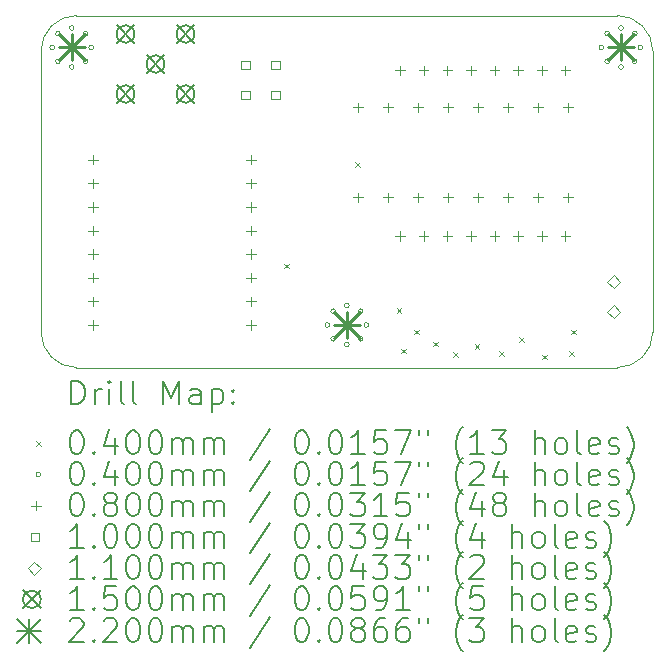
<source format=gbr>
%FSLAX45Y45*%
G04 Gerber Fmt 4.5, Leading zero omitted, Abs format (unit mm)*
G04 Created by KiCad (PCBNEW (6.0.2)) date 2022-09-28 01:25:34*
%MOMM*%
%LPD*%
G01*
G04 APERTURE LIST*
%TA.AperFunction,Profile*%
%ADD10C,0.050000*%
%TD*%
%ADD11C,0.200000*%
%ADD12C,0.040000*%
%ADD13C,0.080000*%
%ADD14C,0.100000*%
%ADD15C,0.110000*%
%ADD16C,0.150000*%
%ADD17C,0.220000*%
G04 APERTURE END LIST*
D10*
X15180000Y-9310000D02*
X15180000Y-11690000D01*
X15480000Y-11990000D02*
X20060000Y-11990000D01*
X15480000Y-9010000D02*
G75*
G03*
X15180000Y-9310000I0J-300000D01*
G01*
X20360000Y-9310000D02*
G75*
G03*
X20060000Y-9010000I-300000J0D01*
G01*
X20060000Y-11990000D02*
G75*
G03*
X20360000Y-11690000I0J300000D01*
G01*
X20060000Y-9010000D02*
X15480000Y-9010000D01*
X15180000Y-11690000D02*
G75*
G03*
X15480000Y-11990000I300000J0D01*
G01*
X20360000Y-11690000D02*
X20360000Y-9310000D01*
D11*
D12*
X17240000Y-11110000D02*
X17280000Y-11150000D01*
X17280000Y-11110000D02*
X17240000Y-11150000D01*
X17840000Y-10250000D02*
X17880000Y-10290000D01*
X17880000Y-10250000D02*
X17840000Y-10290000D01*
X18190000Y-11490000D02*
X18230000Y-11530000D01*
X18230000Y-11490000D02*
X18190000Y-11530000D01*
X18230000Y-11830000D02*
X18270000Y-11870000D01*
X18270000Y-11830000D02*
X18230000Y-11870000D01*
X18340000Y-11670000D02*
X18380000Y-11710000D01*
X18380000Y-11670000D02*
X18340000Y-11710000D01*
X18500000Y-11770000D02*
X18540000Y-11810000D01*
X18540000Y-11770000D02*
X18500000Y-11810000D01*
X18670000Y-11860000D02*
X18710000Y-11900000D01*
X18710000Y-11860000D02*
X18670000Y-11900000D01*
X18850000Y-11790000D02*
X18890000Y-11830000D01*
X18890000Y-11790000D02*
X18850000Y-11830000D01*
X19060000Y-11850000D02*
X19100000Y-11890000D01*
X19100000Y-11850000D02*
X19060000Y-11890000D01*
X19230000Y-11730000D02*
X19270000Y-11770000D01*
X19270000Y-11730000D02*
X19230000Y-11770000D01*
X19420000Y-11880000D02*
X19460000Y-11920000D01*
X19460000Y-11880000D02*
X19420000Y-11920000D01*
X19650000Y-11850000D02*
X19690000Y-11890000D01*
X19690000Y-11850000D02*
X19650000Y-11890000D01*
X19670000Y-11670000D02*
X19710000Y-11710000D01*
X19710000Y-11670000D02*
X19670000Y-11710000D01*
X15295000Y-9280000D02*
G75*
G03*
X15295000Y-9280000I-20000J0D01*
G01*
X15343327Y-9163327D02*
G75*
G03*
X15343327Y-9163327I-20000J0D01*
G01*
X15343327Y-9396673D02*
G75*
G03*
X15343327Y-9396673I-20000J0D01*
G01*
X15460000Y-9115000D02*
G75*
G03*
X15460000Y-9115000I-20000J0D01*
G01*
X15460000Y-9445000D02*
G75*
G03*
X15460000Y-9445000I-20000J0D01*
G01*
X15576673Y-9163327D02*
G75*
G03*
X15576673Y-9163327I-20000J0D01*
G01*
X15576673Y-9396673D02*
G75*
G03*
X15576673Y-9396673I-20000J0D01*
G01*
X15625000Y-9280000D02*
G75*
G03*
X15625000Y-9280000I-20000J0D01*
G01*
X17625000Y-11630000D02*
G75*
G03*
X17625000Y-11630000I-20000J0D01*
G01*
X17673327Y-11513327D02*
G75*
G03*
X17673327Y-11513327I-20000J0D01*
G01*
X17673327Y-11746673D02*
G75*
G03*
X17673327Y-11746673I-20000J0D01*
G01*
X17790000Y-11465000D02*
G75*
G03*
X17790000Y-11465000I-20000J0D01*
G01*
X17790000Y-11795000D02*
G75*
G03*
X17790000Y-11795000I-20000J0D01*
G01*
X17906673Y-11513327D02*
G75*
G03*
X17906673Y-11513327I-20000J0D01*
G01*
X17906673Y-11746673D02*
G75*
G03*
X17906673Y-11746673I-20000J0D01*
G01*
X17955000Y-11630000D02*
G75*
G03*
X17955000Y-11630000I-20000J0D01*
G01*
X19945000Y-9280000D02*
G75*
G03*
X19945000Y-9280000I-20000J0D01*
G01*
X19993327Y-9163327D02*
G75*
G03*
X19993327Y-9163327I-20000J0D01*
G01*
X19993327Y-9396673D02*
G75*
G03*
X19993327Y-9396673I-20000J0D01*
G01*
X20110000Y-9115000D02*
G75*
G03*
X20110000Y-9115000I-20000J0D01*
G01*
X20110000Y-9445000D02*
G75*
G03*
X20110000Y-9445000I-20000J0D01*
G01*
X20226673Y-9163327D02*
G75*
G03*
X20226673Y-9163327I-20000J0D01*
G01*
X20226673Y-9396673D02*
G75*
G03*
X20226673Y-9396673I-20000J0D01*
G01*
X20275000Y-9280000D02*
G75*
G03*
X20275000Y-9280000I-20000J0D01*
G01*
D13*
X15618250Y-10190000D02*
X15618250Y-10270000D01*
X15578250Y-10230000D02*
X15658250Y-10230000D01*
X15618250Y-10390000D02*
X15618250Y-10470000D01*
X15578250Y-10430000D02*
X15658250Y-10430000D01*
X15618250Y-10590000D02*
X15618250Y-10670000D01*
X15578250Y-10630000D02*
X15658250Y-10630000D01*
X15618250Y-10790000D02*
X15618250Y-10870000D01*
X15578250Y-10830000D02*
X15658250Y-10830000D01*
X15618250Y-10990000D02*
X15618250Y-11070000D01*
X15578250Y-11030000D02*
X15658250Y-11030000D01*
X15618250Y-11190000D02*
X15618250Y-11270000D01*
X15578250Y-11230000D02*
X15658250Y-11230000D01*
X15618250Y-11390000D02*
X15618250Y-11470000D01*
X15578250Y-11430000D02*
X15658250Y-11430000D01*
X15618250Y-11590000D02*
X15618250Y-11670000D01*
X15578250Y-11630000D02*
X15658250Y-11630000D01*
X16958250Y-10190000D02*
X16958250Y-10270000D01*
X16918250Y-10230000D02*
X16998250Y-10230000D01*
X16958250Y-10390000D02*
X16958250Y-10470000D01*
X16918250Y-10430000D02*
X16998250Y-10430000D01*
X16958250Y-10590000D02*
X16958250Y-10670000D01*
X16918250Y-10630000D02*
X16998250Y-10630000D01*
X16958250Y-10790000D02*
X16958250Y-10870000D01*
X16918250Y-10830000D02*
X16998250Y-10830000D01*
X16958250Y-10990000D02*
X16958250Y-11070000D01*
X16918250Y-11030000D02*
X16998250Y-11030000D01*
X16958250Y-11190000D02*
X16958250Y-11270000D01*
X16918250Y-11230000D02*
X16998250Y-11230000D01*
X16958250Y-11390000D02*
X16958250Y-11470000D01*
X16918250Y-11430000D02*
X16998250Y-11430000D01*
X16958250Y-11590000D02*
X16958250Y-11670000D01*
X16918250Y-11630000D02*
X16998250Y-11630000D01*
X17862000Y-9748000D02*
X17862000Y-9828000D01*
X17822000Y-9788000D02*
X17902000Y-9788000D01*
X17862000Y-10510000D02*
X17862000Y-10590000D01*
X17822000Y-10550000D02*
X17902000Y-10550000D01*
X18116000Y-9748000D02*
X18116000Y-9828000D01*
X18076000Y-9788000D02*
X18156000Y-9788000D01*
X18116000Y-10510000D02*
X18116000Y-10590000D01*
X18076000Y-10550000D02*
X18156000Y-10550000D01*
X18220000Y-9435000D02*
X18220000Y-9515000D01*
X18180000Y-9475000D02*
X18260000Y-9475000D01*
X18220000Y-10835000D02*
X18220000Y-10915000D01*
X18180000Y-10875000D02*
X18260000Y-10875000D01*
X18370000Y-9748000D02*
X18370000Y-9828000D01*
X18330000Y-9788000D02*
X18410000Y-9788000D01*
X18370000Y-10510000D02*
X18370000Y-10590000D01*
X18330000Y-10550000D02*
X18410000Y-10550000D01*
X18420000Y-9435000D02*
X18420000Y-9515000D01*
X18380000Y-9475000D02*
X18460000Y-9475000D01*
X18420000Y-10835000D02*
X18420000Y-10915000D01*
X18380000Y-10875000D02*
X18460000Y-10875000D01*
X18620000Y-9435000D02*
X18620000Y-9515000D01*
X18580000Y-9475000D02*
X18660000Y-9475000D01*
X18620000Y-10835000D02*
X18620000Y-10915000D01*
X18580000Y-10875000D02*
X18660000Y-10875000D01*
X18624000Y-9748000D02*
X18624000Y-9828000D01*
X18584000Y-9788000D02*
X18664000Y-9788000D01*
X18624000Y-10510000D02*
X18624000Y-10590000D01*
X18584000Y-10550000D02*
X18664000Y-10550000D01*
X18820000Y-9435000D02*
X18820000Y-9515000D01*
X18780000Y-9475000D02*
X18860000Y-9475000D01*
X18820000Y-10835000D02*
X18820000Y-10915000D01*
X18780000Y-10875000D02*
X18860000Y-10875000D01*
X18878000Y-9748000D02*
X18878000Y-9828000D01*
X18838000Y-9788000D02*
X18918000Y-9788000D01*
X18878000Y-10510000D02*
X18878000Y-10590000D01*
X18838000Y-10550000D02*
X18918000Y-10550000D01*
X19020000Y-9435000D02*
X19020000Y-9515000D01*
X18980000Y-9475000D02*
X19060000Y-9475000D01*
X19020000Y-10835000D02*
X19020000Y-10915000D01*
X18980000Y-10875000D02*
X19060000Y-10875000D01*
X19132000Y-9748000D02*
X19132000Y-9828000D01*
X19092000Y-9788000D02*
X19172000Y-9788000D01*
X19132000Y-10510000D02*
X19132000Y-10590000D01*
X19092000Y-10550000D02*
X19172000Y-10550000D01*
X19220000Y-9435000D02*
X19220000Y-9515000D01*
X19180000Y-9475000D02*
X19260000Y-9475000D01*
X19220000Y-10835000D02*
X19220000Y-10915000D01*
X19180000Y-10875000D02*
X19260000Y-10875000D01*
X19386000Y-9748000D02*
X19386000Y-9828000D01*
X19346000Y-9788000D02*
X19426000Y-9788000D01*
X19386000Y-10510000D02*
X19386000Y-10590000D01*
X19346000Y-10550000D02*
X19426000Y-10550000D01*
X19420000Y-9435000D02*
X19420000Y-9515000D01*
X19380000Y-9475000D02*
X19460000Y-9475000D01*
X19420000Y-10835000D02*
X19420000Y-10915000D01*
X19380000Y-10875000D02*
X19460000Y-10875000D01*
X19620000Y-9435000D02*
X19620000Y-9515000D01*
X19580000Y-9475000D02*
X19660000Y-9475000D01*
X19620000Y-10835000D02*
X19620000Y-10915000D01*
X19580000Y-10875000D02*
X19660000Y-10875000D01*
X19640000Y-9748000D02*
X19640000Y-9828000D01*
X19600000Y-9788000D02*
X19680000Y-9788000D01*
X19640000Y-10510000D02*
X19640000Y-10590000D01*
X19600000Y-10550000D02*
X19680000Y-10550000D01*
D14*
X16947856Y-9466356D02*
X16947856Y-9395644D01*
X16877144Y-9395644D01*
X16877144Y-9466356D01*
X16947856Y-9466356D01*
X16947856Y-9720356D02*
X16947856Y-9649644D01*
X16877144Y-9649644D01*
X16877144Y-9720356D01*
X16947856Y-9720356D01*
X17201856Y-9466356D02*
X17201856Y-9395644D01*
X17131144Y-9395644D01*
X17131144Y-9466356D01*
X17201856Y-9466356D01*
X17201856Y-9720356D02*
X17201856Y-9649644D01*
X17131144Y-9649644D01*
X17131144Y-9720356D01*
X17201856Y-9720356D01*
D15*
X20030000Y-11318000D02*
X20085000Y-11263000D01*
X20030000Y-11208000D01*
X19975000Y-11263000D01*
X20030000Y-11318000D01*
X20030000Y-11572000D02*
X20085000Y-11517000D01*
X20030000Y-11462000D01*
X19975000Y-11517000D01*
X20030000Y-11572000D01*
D16*
X15821000Y-9091000D02*
X15971000Y-9241000D01*
X15971000Y-9091000D02*
X15821000Y-9241000D01*
X15971000Y-9166000D02*
G75*
G03*
X15971000Y-9166000I-75000J0D01*
G01*
X15821000Y-9599000D02*
X15971000Y-9749000D01*
X15971000Y-9599000D02*
X15821000Y-9749000D01*
X15971000Y-9674000D02*
G75*
G03*
X15971000Y-9674000I-75000J0D01*
G01*
X16075000Y-9345000D02*
X16225000Y-9495000D01*
X16225000Y-9345000D02*
X16075000Y-9495000D01*
X16225000Y-9420000D02*
G75*
G03*
X16225000Y-9420000I-75000J0D01*
G01*
X16329000Y-9091000D02*
X16479000Y-9241000D01*
X16479000Y-9091000D02*
X16329000Y-9241000D01*
X16479000Y-9166000D02*
G75*
G03*
X16479000Y-9166000I-75000J0D01*
G01*
X16329000Y-9599000D02*
X16479000Y-9749000D01*
X16479000Y-9599000D02*
X16329000Y-9749000D01*
X16479000Y-9674000D02*
G75*
G03*
X16479000Y-9674000I-75000J0D01*
G01*
D17*
X15330000Y-9170000D02*
X15550000Y-9390000D01*
X15550000Y-9170000D02*
X15330000Y-9390000D01*
X15440000Y-9170000D02*
X15440000Y-9390000D01*
X15330000Y-9280000D02*
X15550000Y-9280000D01*
X17660000Y-11520000D02*
X17880000Y-11740000D01*
X17880000Y-11520000D02*
X17660000Y-11740000D01*
X17770000Y-11520000D02*
X17770000Y-11740000D01*
X17660000Y-11630000D02*
X17880000Y-11630000D01*
X19980000Y-9170000D02*
X20200000Y-9390000D01*
X20200000Y-9170000D02*
X19980000Y-9390000D01*
X20090000Y-9170000D02*
X20090000Y-9390000D01*
X19980000Y-9280000D02*
X20200000Y-9280000D01*
D11*
X15435119Y-12302976D02*
X15435119Y-12102976D01*
X15482738Y-12102976D01*
X15511309Y-12112500D01*
X15530357Y-12131548D01*
X15539881Y-12150595D01*
X15549405Y-12188690D01*
X15549405Y-12217262D01*
X15539881Y-12255357D01*
X15530357Y-12274405D01*
X15511309Y-12293452D01*
X15482738Y-12302976D01*
X15435119Y-12302976D01*
X15635119Y-12302976D02*
X15635119Y-12169643D01*
X15635119Y-12207738D02*
X15644643Y-12188690D01*
X15654167Y-12179167D01*
X15673214Y-12169643D01*
X15692262Y-12169643D01*
X15758928Y-12302976D02*
X15758928Y-12169643D01*
X15758928Y-12102976D02*
X15749405Y-12112500D01*
X15758928Y-12122024D01*
X15768452Y-12112500D01*
X15758928Y-12102976D01*
X15758928Y-12122024D01*
X15882738Y-12302976D02*
X15863690Y-12293452D01*
X15854167Y-12274405D01*
X15854167Y-12102976D01*
X15987500Y-12302976D02*
X15968452Y-12293452D01*
X15958928Y-12274405D01*
X15958928Y-12102976D01*
X16216071Y-12302976D02*
X16216071Y-12102976D01*
X16282738Y-12245833D01*
X16349405Y-12102976D01*
X16349405Y-12302976D01*
X16530357Y-12302976D02*
X16530357Y-12198214D01*
X16520833Y-12179167D01*
X16501786Y-12169643D01*
X16463690Y-12169643D01*
X16444643Y-12179167D01*
X16530357Y-12293452D02*
X16511309Y-12302976D01*
X16463690Y-12302976D01*
X16444643Y-12293452D01*
X16435119Y-12274405D01*
X16435119Y-12255357D01*
X16444643Y-12236309D01*
X16463690Y-12226786D01*
X16511309Y-12226786D01*
X16530357Y-12217262D01*
X16625595Y-12169643D02*
X16625595Y-12369643D01*
X16625595Y-12179167D02*
X16644643Y-12169643D01*
X16682738Y-12169643D01*
X16701786Y-12179167D01*
X16711309Y-12188690D01*
X16720833Y-12207738D01*
X16720833Y-12264881D01*
X16711309Y-12283928D01*
X16701786Y-12293452D01*
X16682738Y-12302976D01*
X16644643Y-12302976D01*
X16625595Y-12293452D01*
X16806548Y-12283928D02*
X16816071Y-12293452D01*
X16806548Y-12302976D01*
X16797024Y-12293452D01*
X16806548Y-12283928D01*
X16806548Y-12302976D01*
X16806548Y-12179167D02*
X16816071Y-12188690D01*
X16806548Y-12198214D01*
X16797024Y-12188690D01*
X16806548Y-12179167D01*
X16806548Y-12198214D01*
D12*
X15137500Y-12612500D02*
X15177500Y-12652500D01*
X15177500Y-12612500D02*
X15137500Y-12652500D01*
D11*
X15473214Y-12522976D02*
X15492262Y-12522976D01*
X15511309Y-12532500D01*
X15520833Y-12542024D01*
X15530357Y-12561071D01*
X15539881Y-12599167D01*
X15539881Y-12646786D01*
X15530357Y-12684881D01*
X15520833Y-12703928D01*
X15511309Y-12713452D01*
X15492262Y-12722976D01*
X15473214Y-12722976D01*
X15454167Y-12713452D01*
X15444643Y-12703928D01*
X15435119Y-12684881D01*
X15425595Y-12646786D01*
X15425595Y-12599167D01*
X15435119Y-12561071D01*
X15444643Y-12542024D01*
X15454167Y-12532500D01*
X15473214Y-12522976D01*
X15625595Y-12703928D02*
X15635119Y-12713452D01*
X15625595Y-12722976D01*
X15616071Y-12713452D01*
X15625595Y-12703928D01*
X15625595Y-12722976D01*
X15806548Y-12589643D02*
X15806548Y-12722976D01*
X15758928Y-12513452D02*
X15711309Y-12656309D01*
X15835119Y-12656309D01*
X15949405Y-12522976D02*
X15968452Y-12522976D01*
X15987500Y-12532500D01*
X15997024Y-12542024D01*
X16006548Y-12561071D01*
X16016071Y-12599167D01*
X16016071Y-12646786D01*
X16006548Y-12684881D01*
X15997024Y-12703928D01*
X15987500Y-12713452D01*
X15968452Y-12722976D01*
X15949405Y-12722976D01*
X15930357Y-12713452D01*
X15920833Y-12703928D01*
X15911309Y-12684881D01*
X15901786Y-12646786D01*
X15901786Y-12599167D01*
X15911309Y-12561071D01*
X15920833Y-12542024D01*
X15930357Y-12532500D01*
X15949405Y-12522976D01*
X16139881Y-12522976D02*
X16158928Y-12522976D01*
X16177976Y-12532500D01*
X16187500Y-12542024D01*
X16197024Y-12561071D01*
X16206548Y-12599167D01*
X16206548Y-12646786D01*
X16197024Y-12684881D01*
X16187500Y-12703928D01*
X16177976Y-12713452D01*
X16158928Y-12722976D01*
X16139881Y-12722976D01*
X16120833Y-12713452D01*
X16111309Y-12703928D01*
X16101786Y-12684881D01*
X16092262Y-12646786D01*
X16092262Y-12599167D01*
X16101786Y-12561071D01*
X16111309Y-12542024D01*
X16120833Y-12532500D01*
X16139881Y-12522976D01*
X16292262Y-12722976D02*
X16292262Y-12589643D01*
X16292262Y-12608690D02*
X16301786Y-12599167D01*
X16320833Y-12589643D01*
X16349405Y-12589643D01*
X16368452Y-12599167D01*
X16377976Y-12618214D01*
X16377976Y-12722976D01*
X16377976Y-12618214D02*
X16387500Y-12599167D01*
X16406548Y-12589643D01*
X16435119Y-12589643D01*
X16454167Y-12599167D01*
X16463690Y-12618214D01*
X16463690Y-12722976D01*
X16558928Y-12722976D02*
X16558928Y-12589643D01*
X16558928Y-12608690D02*
X16568452Y-12599167D01*
X16587500Y-12589643D01*
X16616071Y-12589643D01*
X16635119Y-12599167D01*
X16644643Y-12618214D01*
X16644643Y-12722976D01*
X16644643Y-12618214D02*
X16654167Y-12599167D01*
X16673214Y-12589643D01*
X16701786Y-12589643D01*
X16720833Y-12599167D01*
X16730357Y-12618214D01*
X16730357Y-12722976D01*
X17120833Y-12513452D02*
X16949405Y-12770595D01*
X17377976Y-12522976D02*
X17397024Y-12522976D01*
X17416071Y-12532500D01*
X17425595Y-12542024D01*
X17435119Y-12561071D01*
X17444643Y-12599167D01*
X17444643Y-12646786D01*
X17435119Y-12684881D01*
X17425595Y-12703928D01*
X17416071Y-12713452D01*
X17397024Y-12722976D01*
X17377976Y-12722976D01*
X17358929Y-12713452D01*
X17349405Y-12703928D01*
X17339881Y-12684881D01*
X17330357Y-12646786D01*
X17330357Y-12599167D01*
X17339881Y-12561071D01*
X17349405Y-12542024D01*
X17358929Y-12532500D01*
X17377976Y-12522976D01*
X17530357Y-12703928D02*
X17539881Y-12713452D01*
X17530357Y-12722976D01*
X17520833Y-12713452D01*
X17530357Y-12703928D01*
X17530357Y-12722976D01*
X17663690Y-12522976D02*
X17682738Y-12522976D01*
X17701786Y-12532500D01*
X17711310Y-12542024D01*
X17720833Y-12561071D01*
X17730357Y-12599167D01*
X17730357Y-12646786D01*
X17720833Y-12684881D01*
X17711310Y-12703928D01*
X17701786Y-12713452D01*
X17682738Y-12722976D01*
X17663690Y-12722976D01*
X17644643Y-12713452D01*
X17635119Y-12703928D01*
X17625595Y-12684881D01*
X17616071Y-12646786D01*
X17616071Y-12599167D01*
X17625595Y-12561071D01*
X17635119Y-12542024D01*
X17644643Y-12532500D01*
X17663690Y-12522976D01*
X17920833Y-12722976D02*
X17806548Y-12722976D01*
X17863690Y-12722976D02*
X17863690Y-12522976D01*
X17844643Y-12551548D01*
X17825595Y-12570595D01*
X17806548Y-12580119D01*
X18101786Y-12522976D02*
X18006548Y-12522976D01*
X17997024Y-12618214D01*
X18006548Y-12608690D01*
X18025595Y-12599167D01*
X18073214Y-12599167D01*
X18092262Y-12608690D01*
X18101786Y-12618214D01*
X18111310Y-12637262D01*
X18111310Y-12684881D01*
X18101786Y-12703928D01*
X18092262Y-12713452D01*
X18073214Y-12722976D01*
X18025595Y-12722976D01*
X18006548Y-12713452D01*
X17997024Y-12703928D01*
X18177976Y-12522976D02*
X18311310Y-12522976D01*
X18225595Y-12722976D01*
X18377976Y-12522976D02*
X18377976Y-12561071D01*
X18454167Y-12522976D02*
X18454167Y-12561071D01*
X18749405Y-12799167D02*
X18739881Y-12789643D01*
X18720833Y-12761071D01*
X18711310Y-12742024D01*
X18701786Y-12713452D01*
X18692262Y-12665833D01*
X18692262Y-12627738D01*
X18701786Y-12580119D01*
X18711310Y-12551548D01*
X18720833Y-12532500D01*
X18739881Y-12503928D01*
X18749405Y-12494405D01*
X18930357Y-12722976D02*
X18816071Y-12722976D01*
X18873214Y-12722976D02*
X18873214Y-12522976D01*
X18854167Y-12551548D01*
X18835119Y-12570595D01*
X18816071Y-12580119D01*
X18997024Y-12522976D02*
X19120833Y-12522976D01*
X19054167Y-12599167D01*
X19082738Y-12599167D01*
X19101786Y-12608690D01*
X19111310Y-12618214D01*
X19120833Y-12637262D01*
X19120833Y-12684881D01*
X19111310Y-12703928D01*
X19101786Y-12713452D01*
X19082738Y-12722976D01*
X19025595Y-12722976D01*
X19006548Y-12713452D01*
X18997024Y-12703928D01*
X19358929Y-12722976D02*
X19358929Y-12522976D01*
X19444643Y-12722976D02*
X19444643Y-12618214D01*
X19435119Y-12599167D01*
X19416071Y-12589643D01*
X19387500Y-12589643D01*
X19368452Y-12599167D01*
X19358929Y-12608690D01*
X19568452Y-12722976D02*
X19549405Y-12713452D01*
X19539881Y-12703928D01*
X19530357Y-12684881D01*
X19530357Y-12627738D01*
X19539881Y-12608690D01*
X19549405Y-12599167D01*
X19568452Y-12589643D01*
X19597024Y-12589643D01*
X19616071Y-12599167D01*
X19625595Y-12608690D01*
X19635119Y-12627738D01*
X19635119Y-12684881D01*
X19625595Y-12703928D01*
X19616071Y-12713452D01*
X19597024Y-12722976D01*
X19568452Y-12722976D01*
X19749405Y-12722976D02*
X19730357Y-12713452D01*
X19720833Y-12694405D01*
X19720833Y-12522976D01*
X19901786Y-12713452D02*
X19882738Y-12722976D01*
X19844643Y-12722976D01*
X19825595Y-12713452D01*
X19816071Y-12694405D01*
X19816071Y-12618214D01*
X19825595Y-12599167D01*
X19844643Y-12589643D01*
X19882738Y-12589643D01*
X19901786Y-12599167D01*
X19911310Y-12618214D01*
X19911310Y-12637262D01*
X19816071Y-12656309D01*
X19987500Y-12713452D02*
X20006548Y-12722976D01*
X20044643Y-12722976D01*
X20063690Y-12713452D01*
X20073214Y-12694405D01*
X20073214Y-12684881D01*
X20063690Y-12665833D01*
X20044643Y-12656309D01*
X20016071Y-12656309D01*
X19997024Y-12646786D01*
X19987500Y-12627738D01*
X19987500Y-12618214D01*
X19997024Y-12599167D01*
X20016071Y-12589643D01*
X20044643Y-12589643D01*
X20063690Y-12599167D01*
X20139881Y-12799167D02*
X20149405Y-12789643D01*
X20168452Y-12761071D01*
X20177976Y-12742024D01*
X20187500Y-12713452D01*
X20197024Y-12665833D01*
X20197024Y-12627738D01*
X20187500Y-12580119D01*
X20177976Y-12551548D01*
X20168452Y-12532500D01*
X20149405Y-12503928D01*
X20139881Y-12494405D01*
D12*
X15177500Y-12896500D02*
G75*
G03*
X15177500Y-12896500I-20000J0D01*
G01*
D11*
X15473214Y-12786976D02*
X15492262Y-12786976D01*
X15511309Y-12796500D01*
X15520833Y-12806024D01*
X15530357Y-12825071D01*
X15539881Y-12863167D01*
X15539881Y-12910786D01*
X15530357Y-12948881D01*
X15520833Y-12967928D01*
X15511309Y-12977452D01*
X15492262Y-12986976D01*
X15473214Y-12986976D01*
X15454167Y-12977452D01*
X15444643Y-12967928D01*
X15435119Y-12948881D01*
X15425595Y-12910786D01*
X15425595Y-12863167D01*
X15435119Y-12825071D01*
X15444643Y-12806024D01*
X15454167Y-12796500D01*
X15473214Y-12786976D01*
X15625595Y-12967928D02*
X15635119Y-12977452D01*
X15625595Y-12986976D01*
X15616071Y-12977452D01*
X15625595Y-12967928D01*
X15625595Y-12986976D01*
X15806548Y-12853643D02*
X15806548Y-12986976D01*
X15758928Y-12777452D02*
X15711309Y-12920309D01*
X15835119Y-12920309D01*
X15949405Y-12786976D02*
X15968452Y-12786976D01*
X15987500Y-12796500D01*
X15997024Y-12806024D01*
X16006548Y-12825071D01*
X16016071Y-12863167D01*
X16016071Y-12910786D01*
X16006548Y-12948881D01*
X15997024Y-12967928D01*
X15987500Y-12977452D01*
X15968452Y-12986976D01*
X15949405Y-12986976D01*
X15930357Y-12977452D01*
X15920833Y-12967928D01*
X15911309Y-12948881D01*
X15901786Y-12910786D01*
X15901786Y-12863167D01*
X15911309Y-12825071D01*
X15920833Y-12806024D01*
X15930357Y-12796500D01*
X15949405Y-12786976D01*
X16139881Y-12786976D02*
X16158928Y-12786976D01*
X16177976Y-12796500D01*
X16187500Y-12806024D01*
X16197024Y-12825071D01*
X16206548Y-12863167D01*
X16206548Y-12910786D01*
X16197024Y-12948881D01*
X16187500Y-12967928D01*
X16177976Y-12977452D01*
X16158928Y-12986976D01*
X16139881Y-12986976D01*
X16120833Y-12977452D01*
X16111309Y-12967928D01*
X16101786Y-12948881D01*
X16092262Y-12910786D01*
X16092262Y-12863167D01*
X16101786Y-12825071D01*
X16111309Y-12806024D01*
X16120833Y-12796500D01*
X16139881Y-12786976D01*
X16292262Y-12986976D02*
X16292262Y-12853643D01*
X16292262Y-12872690D02*
X16301786Y-12863167D01*
X16320833Y-12853643D01*
X16349405Y-12853643D01*
X16368452Y-12863167D01*
X16377976Y-12882214D01*
X16377976Y-12986976D01*
X16377976Y-12882214D02*
X16387500Y-12863167D01*
X16406548Y-12853643D01*
X16435119Y-12853643D01*
X16454167Y-12863167D01*
X16463690Y-12882214D01*
X16463690Y-12986976D01*
X16558928Y-12986976D02*
X16558928Y-12853643D01*
X16558928Y-12872690D02*
X16568452Y-12863167D01*
X16587500Y-12853643D01*
X16616071Y-12853643D01*
X16635119Y-12863167D01*
X16644643Y-12882214D01*
X16644643Y-12986976D01*
X16644643Y-12882214D02*
X16654167Y-12863167D01*
X16673214Y-12853643D01*
X16701786Y-12853643D01*
X16720833Y-12863167D01*
X16730357Y-12882214D01*
X16730357Y-12986976D01*
X17120833Y-12777452D02*
X16949405Y-13034595D01*
X17377976Y-12786976D02*
X17397024Y-12786976D01*
X17416071Y-12796500D01*
X17425595Y-12806024D01*
X17435119Y-12825071D01*
X17444643Y-12863167D01*
X17444643Y-12910786D01*
X17435119Y-12948881D01*
X17425595Y-12967928D01*
X17416071Y-12977452D01*
X17397024Y-12986976D01*
X17377976Y-12986976D01*
X17358929Y-12977452D01*
X17349405Y-12967928D01*
X17339881Y-12948881D01*
X17330357Y-12910786D01*
X17330357Y-12863167D01*
X17339881Y-12825071D01*
X17349405Y-12806024D01*
X17358929Y-12796500D01*
X17377976Y-12786976D01*
X17530357Y-12967928D02*
X17539881Y-12977452D01*
X17530357Y-12986976D01*
X17520833Y-12977452D01*
X17530357Y-12967928D01*
X17530357Y-12986976D01*
X17663690Y-12786976D02*
X17682738Y-12786976D01*
X17701786Y-12796500D01*
X17711310Y-12806024D01*
X17720833Y-12825071D01*
X17730357Y-12863167D01*
X17730357Y-12910786D01*
X17720833Y-12948881D01*
X17711310Y-12967928D01*
X17701786Y-12977452D01*
X17682738Y-12986976D01*
X17663690Y-12986976D01*
X17644643Y-12977452D01*
X17635119Y-12967928D01*
X17625595Y-12948881D01*
X17616071Y-12910786D01*
X17616071Y-12863167D01*
X17625595Y-12825071D01*
X17635119Y-12806024D01*
X17644643Y-12796500D01*
X17663690Y-12786976D01*
X17920833Y-12986976D02*
X17806548Y-12986976D01*
X17863690Y-12986976D02*
X17863690Y-12786976D01*
X17844643Y-12815548D01*
X17825595Y-12834595D01*
X17806548Y-12844119D01*
X18101786Y-12786976D02*
X18006548Y-12786976D01*
X17997024Y-12882214D01*
X18006548Y-12872690D01*
X18025595Y-12863167D01*
X18073214Y-12863167D01*
X18092262Y-12872690D01*
X18101786Y-12882214D01*
X18111310Y-12901262D01*
X18111310Y-12948881D01*
X18101786Y-12967928D01*
X18092262Y-12977452D01*
X18073214Y-12986976D01*
X18025595Y-12986976D01*
X18006548Y-12977452D01*
X17997024Y-12967928D01*
X18177976Y-12786976D02*
X18311310Y-12786976D01*
X18225595Y-12986976D01*
X18377976Y-12786976D02*
X18377976Y-12825071D01*
X18454167Y-12786976D02*
X18454167Y-12825071D01*
X18749405Y-13063167D02*
X18739881Y-13053643D01*
X18720833Y-13025071D01*
X18711310Y-13006024D01*
X18701786Y-12977452D01*
X18692262Y-12929833D01*
X18692262Y-12891738D01*
X18701786Y-12844119D01*
X18711310Y-12815548D01*
X18720833Y-12796500D01*
X18739881Y-12767928D01*
X18749405Y-12758405D01*
X18816071Y-12806024D02*
X18825595Y-12796500D01*
X18844643Y-12786976D01*
X18892262Y-12786976D01*
X18911310Y-12796500D01*
X18920833Y-12806024D01*
X18930357Y-12825071D01*
X18930357Y-12844119D01*
X18920833Y-12872690D01*
X18806548Y-12986976D01*
X18930357Y-12986976D01*
X19101786Y-12853643D02*
X19101786Y-12986976D01*
X19054167Y-12777452D02*
X19006548Y-12920309D01*
X19130357Y-12920309D01*
X19358929Y-12986976D02*
X19358929Y-12786976D01*
X19444643Y-12986976D02*
X19444643Y-12882214D01*
X19435119Y-12863167D01*
X19416071Y-12853643D01*
X19387500Y-12853643D01*
X19368452Y-12863167D01*
X19358929Y-12872690D01*
X19568452Y-12986976D02*
X19549405Y-12977452D01*
X19539881Y-12967928D01*
X19530357Y-12948881D01*
X19530357Y-12891738D01*
X19539881Y-12872690D01*
X19549405Y-12863167D01*
X19568452Y-12853643D01*
X19597024Y-12853643D01*
X19616071Y-12863167D01*
X19625595Y-12872690D01*
X19635119Y-12891738D01*
X19635119Y-12948881D01*
X19625595Y-12967928D01*
X19616071Y-12977452D01*
X19597024Y-12986976D01*
X19568452Y-12986976D01*
X19749405Y-12986976D02*
X19730357Y-12977452D01*
X19720833Y-12958405D01*
X19720833Y-12786976D01*
X19901786Y-12977452D02*
X19882738Y-12986976D01*
X19844643Y-12986976D01*
X19825595Y-12977452D01*
X19816071Y-12958405D01*
X19816071Y-12882214D01*
X19825595Y-12863167D01*
X19844643Y-12853643D01*
X19882738Y-12853643D01*
X19901786Y-12863167D01*
X19911310Y-12882214D01*
X19911310Y-12901262D01*
X19816071Y-12920309D01*
X19987500Y-12977452D02*
X20006548Y-12986976D01*
X20044643Y-12986976D01*
X20063690Y-12977452D01*
X20073214Y-12958405D01*
X20073214Y-12948881D01*
X20063690Y-12929833D01*
X20044643Y-12920309D01*
X20016071Y-12920309D01*
X19997024Y-12910786D01*
X19987500Y-12891738D01*
X19987500Y-12882214D01*
X19997024Y-12863167D01*
X20016071Y-12853643D01*
X20044643Y-12853643D01*
X20063690Y-12863167D01*
X20139881Y-13063167D02*
X20149405Y-13053643D01*
X20168452Y-13025071D01*
X20177976Y-13006024D01*
X20187500Y-12977452D01*
X20197024Y-12929833D01*
X20197024Y-12891738D01*
X20187500Y-12844119D01*
X20177976Y-12815548D01*
X20168452Y-12796500D01*
X20149405Y-12767928D01*
X20139881Y-12758405D01*
D13*
X15137500Y-13120500D02*
X15137500Y-13200500D01*
X15097500Y-13160500D02*
X15177500Y-13160500D01*
D11*
X15473214Y-13050976D02*
X15492262Y-13050976D01*
X15511309Y-13060500D01*
X15520833Y-13070024D01*
X15530357Y-13089071D01*
X15539881Y-13127167D01*
X15539881Y-13174786D01*
X15530357Y-13212881D01*
X15520833Y-13231928D01*
X15511309Y-13241452D01*
X15492262Y-13250976D01*
X15473214Y-13250976D01*
X15454167Y-13241452D01*
X15444643Y-13231928D01*
X15435119Y-13212881D01*
X15425595Y-13174786D01*
X15425595Y-13127167D01*
X15435119Y-13089071D01*
X15444643Y-13070024D01*
X15454167Y-13060500D01*
X15473214Y-13050976D01*
X15625595Y-13231928D02*
X15635119Y-13241452D01*
X15625595Y-13250976D01*
X15616071Y-13241452D01*
X15625595Y-13231928D01*
X15625595Y-13250976D01*
X15749405Y-13136690D02*
X15730357Y-13127167D01*
X15720833Y-13117643D01*
X15711309Y-13098595D01*
X15711309Y-13089071D01*
X15720833Y-13070024D01*
X15730357Y-13060500D01*
X15749405Y-13050976D01*
X15787500Y-13050976D01*
X15806548Y-13060500D01*
X15816071Y-13070024D01*
X15825595Y-13089071D01*
X15825595Y-13098595D01*
X15816071Y-13117643D01*
X15806548Y-13127167D01*
X15787500Y-13136690D01*
X15749405Y-13136690D01*
X15730357Y-13146214D01*
X15720833Y-13155738D01*
X15711309Y-13174786D01*
X15711309Y-13212881D01*
X15720833Y-13231928D01*
X15730357Y-13241452D01*
X15749405Y-13250976D01*
X15787500Y-13250976D01*
X15806548Y-13241452D01*
X15816071Y-13231928D01*
X15825595Y-13212881D01*
X15825595Y-13174786D01*
X15816071Y-13155738D01*
X15806548Y-13146214D01*
X15787500Y-13136690D01*
X15949405Y-13050976D02*
X15968452Y-13050976D01*
X15987500Y-13060500D01*
X15997024Y-13070024D01*
X16006548Y-13089071D01*
X16016071Y-13127167D01*
X16016071Y-13174786D01*
X16006548Y-13212881D01*
X15997024Y-13231928D01*
X15987500Y-13241452D01*
X15968452Y-13250976D01*
X15949405Y-13250976D01*
X15930357Y-13241452D01*
X15920833Y-13231928D01*
X15911309Y-13212881D01*
X15901786Y-13174786D01*
X15901786Y-13127167D01*
X15911309Y-13089071D01*
X15920833Y-13070024D01*
X15930357Y-13060500D01*
X15949405Y-13050976D01*
X16139881Y-13050976D02*
X16158928Y-13050976D01*
X16177976Y-13060500D01*
X16187500Y-13070024D01*
X16197024Y-13089071D01*
X16206548Y-13127167D01*
X16206548Y-13174786D01*
X16197024Y-13212881D01*
X16187500Y-13231928D01*
X16177976Y-13241452D01*
X16158928Y-13250976D01*
X16139881Y-13250976D01*
X16120833Y-13241452D01*
X16111309Y-13231928D01*
X16101786Y-13212881D01*
X16092262Y-13174786D01*
X16092262Y-13127167D01*
X16101786Y-13089071D01*
X16111309Y-13070024D01*
X16120833Y-13060500D01*
X16139881Y-13050976D01*
X16292262Y-13250976D02*
X16292262Y-13117643D01*
X16292262Y-13136690D02*
X16301786Y-13127167D01*
X16320833Y-13117643D01*
X16349405Y-13117643D01*
X16368452Y-13127167D01*
X16377976Y-13146214D01*
X16377976Y-13250976D01*
X16377976Y-13146214D02*
X16387500Y-13127167D01*
X16406548Y-13117643D01*
X16435119Y-13117643D01*
X16454167Y-13127167D01*
X16463690Y-13146214D01*
X16463690Y-13250976D01*
X16558928Y-13250976D02*
X16558928Y-13117643D01*
X16558928Y-13136690D02*
X16568452Y-13127167D01*
X16587500Y-13117643D01*
X16616071Y-13117643D01*
X16635119Y-13127167D01*
X16644643Y-13146214D01*
X16644643Y-13250976D01*
X16644643Y-13146214D02*
X16654167Y-13127167D01*
X16673214Y-13117643D01*
X16701786Y-13117643D01*
X16720833Y-13127167D01*
X16730357Y-13146214D01*
X16730357Y-13250976D01*
X17120833Y-13041452D02*
X16949405Y-13298595D01*
X17377976Y-13050976D02*
X17397024Y-13050976D01*
X17416071Y-13060500D01*
X17425595Y-13070024D01*
X17435119Y-13089071D01*
X17444643Y-13127167D01*
X17444643Y-13174786D01*
X17435119Y-13212881D01*
X17425595Y-13231928D01*
X17416071Y-13241452D01*
X17397024Y-13250976D01*
X17377976Y-13250976D01*
X17358929Y-13241452D01*
X17349405Y-13231928D01*
X17339881Y-13212881D01*
X17330357Y-13174786D01*
X17330357Y-13127167D01*
X17339881Y-13089071D01*
X17349405Y-13070024D01*
X17358929Y-13060500D01*
X17377976Y-13050976D01*
X17530357Y-13231928D02*
X17539881Y-13241452D01*
X17530357Y-13250976D01*
X17520833Y-13241452D01*
X17530357Y-13231928D01*
X17530357Y-13250976D01*
X17663690Y-13050976D02*
X17682738Y-13050976D01*
X17701786Y-13060500D01*
X17711310Y-13070024D01*
X17720833Y-13089071D01*
X17730357Y-13127167D01*
X17730357Y-13174786D01*
X17720833Y-13212881D01*
X17711310Y-13231928D01*
X17701786Y-13241452D01*
X17682738Y-13250976D01*
X17663690Y-13250976D01*
X17644643Y-13241452D01*
X17635119Y-13231928D01*
X17625595Y-13212881D01*
X17616071Y-13174786D01*
X17616071Y-13127167D01*
X17625595Y-13089071D01*
X17635119Y-13070024D01*
X17644643Y-13060500D01*
X17663690Y-13050976D01*
X17797024Y-13050976D02*
X17920833Y-13050976D01*
X17854167Y-13127167D01*
X17882738Y-13127167D01*
X17901786Y-13136690D01*
X17911310Y-13146214D01*
X17920833Y-13165262D01*
X17920833Y-13212881D01*
X17911310Y-13231928D01*
X17901786Y-13241452D01*
X17882738Y-13250976D01*
X17825595Y-13250976D01*
X17806548Y-13241452D01*
X17797024Y-13231928D01*
X18111310Y-13250976D02*
X17997024Y-13250976D01*
X18054167Y-13250976D02*
X18054167Y-13050976D01*
X18035119Y-13079548D01*
X18016071Y-13098595D01*
X17997024Y-13108119D01*
X18292262Y-13050976D02*
X18197024Y-13050976D01*
X18187500Y-13146214D01*
X18197024Y-13136690D01*
X18216071Y-13127167D01*
X18263690Y-13127167D01*
X18282738Y-13136690D01*
X18292262Y-13146214D01*
X18301786Y-13165262D01*
X18301786Y-13212881D01*
X18292262Y-13231928D01*
X18282738Y-13241452D01*
X18263690Y-13250976D01*
X18216071Y-13250976D01*
X18197024Y-13241452D01*
X18187500Y-13231928D01*
X18377976Y-13050976D02*
X18377976Y-13089071D01*
X18454167Y-13050976D02*
X18454167Y-13089071D01*
X18749405Y-13327167D02*
X18739881Y-13317643D01*
X18720833Y-13289071D01*
X18711310Y-13270024D01*
X18701786Y-13241452D01*
X18692262Y-13193833D01*
X18692262Y-13155738D01*
X18701786Y-13108119D01*
X18711310Y-13079548D01*
X18720833Y-13060500D01*
X18739881Y-13031928D01*
X18749405Y-13022405D01*
X18911310Y-13117643D02*
X18911310Y-13250976D01*
X18863690Y-13041452D02*
X18816071Y-13184309D01*
X18939881Y-13184309D01*
X19044643Y-13136690D02*
X19025595Y-13127167D01*
X19016071Y-13117643D01*
X19006548Y-13098595D01*
X19006548Y-13089071D01*
X19016071Y-13070024D01*
X19025595Y-13060500D01*
X19044643Y-13050976D01*
X19082738Y-13050976D01*
X19101786Y-13060500D01*
X19111310Y-13070024D01*
X19120833Y-13089071D01*
X19120833Y-13098595D01*
X19111310Y-13117643D01*
X19101786Y-13127167D01*
X19082738Y-13136690D01*
X19044643Y-13136690D01*
X19025595Y-13146214D01*
X19016071Y-13155738D01*
X19006548Y-13174786D01*
X19006548Y-13212881D01*
X19016071Y-13231928D01*
X19025595Y-13241452D01*
X19044643Y-13250976D01*
X19082738Y-13250976D01*
X19101786Y-13241452D01*
X19111310Y-13231928D01*
X19120833Y-13212881D01*
X19120833Y-13174786D01*
X19111310Y-13155738D01*
X19101786Y-13146214D01*
X19082738Y-13136690D01*
X19358929Y-13250976D02*
X19358929Y-13050976D01*
X19444643Y-13250976D02*
X19444643Y-13146214D01*
X19435119Y-13127167D01*
X19416071Y-13117643D01*
X19387500Y-13117643D01*
X19368452Y-13127167D01*
X19358929Y-13136690D01*
X19568452Y-13250976D02*
X19549405Y-13241452D01*
X19539881Y-13231928D01*
X19530357Y-13212881D01*
X19530357Y-13155738D01*
X19539881Y-13136690D01*
X19549405Y-13127167D01*
X19568452Y-13117643D01*
X19597024Y-13117643D01*
X19616071Y-13127167D01*
X19625595Y-13136690D01*
X19635119Y-13155738D01*
X19635119Y-13212881D01*
X19625595Y-13231928D01*
X19616071Y-13241452D01*
X19597024Y-13250976D01*
X19568452Y-13250976D01*
X19749405Y-13250976D02*
X19730357Y-13241452D01*
X19720833Y-13222405D01*
X19720833Y-13050976D01*
X19901786Y-13241452D02*
X19882738Y-13250976D01*
X19844643Y-13250976D01*
X19825595Y-13241452D01*
X19816071Y-13222405D01*
X19816071Y-13146214D01*
X19825595Y-13127167D01*
X19844643Y-13117643D01*
X19882738Y-13117643D01*
X19901786Y-13127167D01*
X19911310Y-13146214D01*
X19911310Y-13165262D01*
X19816071Y-13184309D01*
X19987500Y-13241452D02*
X20006548Y-13250976D01*
X20044643Y-13250976D01*
X20063690Y-13241452D01*
X20073214Y-13222405D01*
X20073214Y-13212881D01*
X20063690Y-13193833D01*
X20044643Y-13184309D01*
X20016071Y-13184309D01*
X19997024Y-13174786D01*
X19987500Y-13155738D01*
X19987500Y-13146214D01*
X19997024Y-13127167D01*
X20016071Y-13117643D01*
X20044643Y-13117643D01*
X20063690Y-13127167D01*
X20139881Y-13327167D02*
X20149405Y-13317643D01*
X20168452Y-13289071D01*
X20177976Y-13270024D01*
X20187500Y-13241452D01*
X20197024Y-13193833D01*
X20197024Y-13155738D01*
X20187500Y-13108119D01*
X20177976Y-13079548D01*
X20168452Y-13060500D01*
X20149405Y-13031928D01*
X20139881Y-13022405D01*
D14*
X15162856Y-13459856D02*
X15162856Y-13389144D01*
X15092144Y-13389144D01*
X15092144Y-13459856D01*
X15162856Y-13459856D01*
D11*
X15539881Y-13514976D02*
X15425595Y-13514976D01*
X15482738Y-13514976D02*
X15482738Y-13314976D01*
X15463690Y-13343548D01*
X15444643Y-13362595D01*
X15425595Y-13372119D01*
X15625595Y-13495928D02*
X15635119Y-13505452D01*
X15625595Y-13514976D01*
X15616071Y-13505452D01*
X15625595Y-13495928D01*
X15625595Y-13514976D01*
X15758928Y-13314976D02*
X15777976Y-13314976D01*
X15797024Y-13324500D01*
X15806548Y-13334024D01*
X15816071Y-13353071D01*
X15825595Y-13391167D01*
X15825595Y-13438786D01*
X15816071Y-13476881D01*
X15806548Y-13495928D01*
X15797024Y-13505452D01*
X15777976Y-13514976D01*
X15758928Y-13514976D01*
X15739881Y-13505452D01*
X15730357Y-13495928D01*
X15720833Y-13476881D01*
X15711309Y-13438786D01*
X15711309Y-13391167D01*
X15720833Y-13353071D01*
X15730357Y-13334024D01*
X15739881Y-13324500D01*
X15758928Y-13314976D01*
X15949405Y-13314976D02*
X15968452Y-13314976D01*
X15987500Y-13324500D01*
X15997024Y-13334024D01*
X16006548Y-13353071D01*
X16016071Y-13391167D01*
X16016071Y-13438786D01*
X16006548Y-13476881D01*
X15997024Y-13495928D01*
X15987500Y-13505452D01*
X15968452Y-13514976D01*
X15949405Y-13514976D01*
X15930357Y-13505452D01*
X15920833Y-13495928D01*
X15911309Y-13476881D01*
X15901786Y-13438786D01*
X15901786Y-13391167D01*
X15911309Y-13353071D01*
X15920833Y-13334024D01*
X15930357Y-13324500D01*
X15949405Y-13314976D01*
X16139881Y-13314976D02*
X16158928Y-13314976D01*
X16177976Y-13324500D01*
X16187500Y-13334024D01*
X16197024Y-13353071D01*
X16206548Y-13391167D01*
X16206548Y-13438786D01*
X16197024Y-13476881D01*
X16187500Y-13495928D01*
X16177976Y-13505452D01*
X16158928Y-13514976D01*
X16139881Y-13514976D01*
X16120833Y-13505452D01*
X16111309Y-13495928D01*
X16101786Y-13476881D01*
X16092262Y-13438786D01*
X16092262Y-13391167D01*
X16101786Y-13353071D01*
X16111309Y-13334024D01*
X16120833Y-13324500D01*
X16139881Y-13314976D01*
X16292262Y-13514976D02*
X16292262Y-13381643D01*
X16292262Y-13400690D02*
X16301786Y-13391167D01*
X16320833Y-13381643D01*
X16349405Y-13381643D01*
X16368452Y-13391167D01*
X16377976Y-13410214D01*
X16377976Y-13514976D01*
X16377976Y-13410214D02*
X16387500Y-13391167D01*
X16406548Y-13381643D01*
X16435119Y-13381643D01*
X16454167Y-13391167D01*
X16463690Y-13410214D01*
X16463690Y-13514976D01*
X16558928Y-13514976D02*
X16558928Y-13381643D01*
X16558928Y-13400690D02*
X16568452Y-13391167D01*
X16587500Y-13381643D01*
X16616071Y-13381643D01*
X16635119Y-13391167D01*
X16644643Y-13410214D01*
X16644643Y-13514976D01*
X16644643Y-13410214D02*
X16654167Y-13391167D01*
X16673214Y-13381643D01*
X16701786Y-13381643D01*
X16720833Y-13391167D01*
X16730357Y-13410214D01*
X16730357Y-13514976D01*
X17120833Y-13305452D02*
X16949405Y-13562595D01*
X17377976Y-13314976D02*
X17397024Y-13314976D01*
X17416071Y-13324500D01*
X17425595Y-13334024D01*
X17435119Y-13353071D01*
X17444643Y-13391167D01*
X17444643Y-13438786D01*
X17435119Y-13476881D01*
X17425595Y-13495928D01*
X17416071Y-13505452D01*
X17397024Y-13514976D01*
X17377976Y-13514976D01*
X17358929Y-13505452D01*
X17349405Y-13495928D01*
X17339881Y-13476881D01*
X17330357Y-13438786D01*
X17330357Y-13391167D01*
X17339881Y-13353071D01*
X17349405Y-13334024D01*
X17358929Y-13324500D01*
X17377976Y-13314976D01*
X17530357Y-13495928D02*
X17539881Y-13505452D01*
X17530357Y-13514976D01*
X17520833Y-13505452D01*
X17530357Y-13495928D01*
X17530357Y-13514976D01*
X17663690Y-13314976D02*
X17682738Y-13314976D01*
X17701786Y-13324500D01*
X17711310Y-13334024D01*
X17720833Y-13353071D01*
X17730357Y-13391167D01*
X17730357Y-13438786D01*
X17720833Y-13476881D01*
X17711310Y-13495928D01*
X17701786Y-13505452D01*
X17682738Y-13514976D01*
X17663690Y-13514976D01*
X17644643Y-13505452D01*
X17635119Y-13495928D01*
X17625595Y-13476881D01*
X17616071Y-13438786D01*
X17616071Y-13391167D01*
X17625595Y-13353071D01*
X17635119Y-13334024D01*
X17644643Y-13324500D01*
X17663690Y-13314976D01*
X17797024Y-13314976D02*
X17920833Y-13314976D01*
X17854167Y-13391167D01*
X17882738Y-13391167D01*
X17901786Y-13400690D01*
X17911310Y-13410214D01*
X17920833Y-13429262D01*
X17920833Y-13476881D01*
X17911310Y-13495928D01*
X17901786Y-13505452D01*
X17882738Y-13514976D01*
X17825595Y-13514976D01*
X17806548Y-13505452D01*
X17797024Y-13495928D01*
X18016071Y-13514976D02*
X18054167Y-13514976D01*
X18073214Y-13505452D01*
X18082738Y-13495928D01*
X18101786Y-13467357D01*
X18111310Y-13429262D01*
X18111310Y-13353071D01*
X18101786Y-13334024D01*
X18092262Y-13324500D01*
X18073214Y-13314976D01*
X18035119Y-13314976D01*
X18016071Y-13324500D01*
X18006548Y-13334024D01*
X17997024Y-13353071D01*
X17997024Y-13400690D01*
X18006548Y-13419738D01*
X18016071Y-13429262D01*
X18035119Y-13438786D01*
X18073214Y-13438786D01*
X18092262Y-13429262D01*
X18101786Y-13419738D01*
X18111310Y-13400690D01*
X18282738Y-13381643D02*
X18282738Y-13514976D01*
X18235119Y-13305452D02*
X18187500Y-13448309D01*
X18311310Y-13448309D01*
X18377976Y-13314976D02*
X18377976Y-13353071D01*
X18454167Y-13314976D02*
X18454167Y-13353071D01*
X18749405Y-13591167D02*
X18739881Y-13581643D01*
X18720833Y-13553071D01*
X18711310Y-13534024D01*
X18701786Y-13505452D01*
X18692262Y-13457833D01*
X18692262Y-13419738D01*
X18701786Y-13372119D01*
X18711310Y-13343548D01*
X18720833Y-13324500D01*
X18739881Y-13295928D01*
X18749405Y-13286405D01*
X18911310Y-13381643D02*
X18911310Y-13514976D01*
X18863690Y-13305452D02*
X18816071Y-13448309D01*
X18939881Y-13448309D01*
X19168452Y-13514976D02*
X19168452Y-13314976D01*
X19254167Y-13514976D02*
X19254167Y-13410214D01*
X19244643Y-13391167D01*
X19225595Y-13381643D01*
X19197024Y-13381643D01*
X19177976Y-13391167D01*
X19168452Y-13400690D01*
X19377976Y-13514976D02*
X19358929Y-13505452D01*
X19349405Y-13495928D01*
X19339881Y-13476881D01*
X19339881Y-13419738D01*
X19349405Y-13400690D01*
X19358929Y-13391167D01*
X19377976Y-13381643D01*
X19406548Y-13381643D01*
X19425595Y-13391167D01*
X19435119Y-13400690D01*
X19444643Y-13419738D01*
X19444643Y-13476881D01*
X19435119Y-13495928D01*
X19425595Y-13505452D01*
X19406548Y-13514976D01*
X19377976Y-13514976D01*
X19558929Y-13514976D02*
X19539881Y-13505452D01*
X19530357Y-13486405D01*
X19530357Y-13314976D01*
X19711310Y-13505452D02*
X19692262Y-13514976D01*
X19654167Y-13514976D01*
X19635119Y-13505452D01*
X19625595Y-13486405D01*
X19625595Y-13410214D01*
X19635119Y-13391167D01*
X19654167Y-13381643D01*
X19692262Y-13381643D01*
X19711310Y-13391167D01*
X19720833Y-13410214D01*
X19720833Y-13429262D01*
X19625595Y-13448309D01*
X19797024Y-13505452D02*
X19816071Y-13514976D01*
X19854167Y-13514976D01*
X19873214Y-13505452D01*
X19882738Y-13486405D01*
X19882738Y-13476881D01*
X19873214Y-13457833D01*
X19854167Y-13448309D01*
X19825595Y-13448309D01*
X19806548Y-13438786D01*
X19797024Y-13419738D01*
X19797024Y-13410214D01*
X19806548Y-13391167D01*
X19825595Y-13381643D01*
X19854167Y-13381643D01*
X19873214Y-13391167D01*
X19949405Y-13591167D02*
X19958929Y-13581643D01*
X19977976Y-13553071D01*
X19987500Y-13534024D01*
X19997024Y-13505452D01*
X20006548Y-13457833D01*
X20006548Y-13419738D01*
X19997024Y-13372119D01*
X19987500Y-13343548D01*
X19977976Y-13324500D01*
X19958929Y-13295928D01*
X19949405Y-13286405D01*
D15*
X15122500Y-13743500D02*
X15177500Y-13688500D01*
X15122500Y-13633500D01*
X15067500Y-13688500D01*
X15122500Y-13743500D01*
D11*
X15539881Y-13778976D02*
X15425595Y-13778976D01*
X15482738Y-13778976D02*
X15482738Y-13578976D01*
X15463690Y-13607548D01*
X15444643Y-13626595D01*
X15425595Y-13636119D01*
X15625595Y-13759928D02*
X15635119Y-13769452D01*
X15625595Y-13778976D01*
X15616071Y-13769452D01*
X15625595Y-13759928D01*
X15625595Y-13778976D01*
X15825595Y-13778976D02*
X15711309Y-13778976D01*
X15768452Y-13778976D02*
X15768452Y-13578976D01*
X15749405Y-13607548D01*
X15730357Y-13626595D01*
X15711309Y-13636119D01*
X15949405Y-13578976D02*
X15968452Y-13578976D01*
X15987500Y-13588500D01*
X15997024Y-13598024D01*
X16006548Y-13617071D01*
X16016071Y-13655167D01*
X16016071Y-13702786D01*
X16006548Y-13740881D01*
X15997024Y-13759928D01*
X15987500Y-13769452D01*
X15968452Y-13778976D01*
X15949405Y-13778976D01*
X15930357Y-13769452D01*
X15920833Y-13759928D01*
X15911309Y-13740881D01*
X15901786Y-13702786D01*
X15901786Y-13655167D01*
X15911309Y-13617071D01*
X15920833Y-13598024D01*
X15930357Y-13588500D01*
X15949405Y-13578976D01*
X16139881Y-13578976D02*
X16158928Y-13578976D01*
X16177976Y-13588500D01*
X16187500Y-13598024D01*
X16197024Y-13617071D01*
X16206548Y-13655167D01*
X16206548Y-13702786D01*
X16197024Y-13740881D01*
X16187500Y-13759928D01*
X16177976Y-13769452D01*
X16158928Y-13778976D01*
X16139881Y-13778976D01*
X16120833Y-13769452D01*
X16111309Y-13759928D01*
X16101786Y-13740881D01*
X16092262Y-13702786D01*
X16092262Y-13655167D01*
X16101786Y-13617071D01*
X16111309Y-13598024D01*
X16120833Y-13588500D01*
X16139881Y-13578976D01*
X16292262Y-13778976D02*
X16292262Y-13645643D01*
X16292262Y-13664690D02*
X16301786Y-13655167D01*
X16320833Y-13645643D01*
X16349405Y-13645643D01*
X16368452Y-13655167D01*
X16377976Y-13674214D01*
X16377976Y-13778976D01*
X16377976Y-13674214D02*
X16387500Y-13655167D01*
X16406548Y-13645643D01*
X16435119Y-13645643D01*
X16454167Y-13655167D01*
X16463690Y-13674214D01*
X16463690Y-13778976D01*
X16558928Y-13778976D02*
X16558928Y-13645643D01*
X16558928Y-13664690D02*
X16568452Y-13655167D01*
X16587500Y-13645643D01*
X16616071Y-13645643D01*
X16635119Y-13655167D01*
X16644643Y-13674214D01*
X16644643Y-13778976D01*
X16644643Y-13674214D02*
X16654167Y-13655167D01*
X16673214Y-13645643D01*
X16701786Y-13645643D01*
X16720833Y-13655167D01*
X16730357Y-13674214D01*
X16730357Y-13778976D01*
X17120833Y-13569452D02*
X16949405Y-13826595D01*
X17377976Y-13578976D02*
X17397024Y-13578976D01*
X17416071Y-13588500D01*
X17425595Y-13598024D01*
X17435119Y-13617071D01*
X17444643Y-13655167D01*
X17444643Y-13702786D01*
X17435119Y-13740881D01*
X17425595Y-13759928D01*
X17416071Y-13769452D01*
X17397024Y-13778976D01*
X17377976Y-13778976D01*
X17358929Y-13769452D01*
X17349405Y-13759928D01*
X17339881Y-13740881D01*
X17330357Y-13702786D01*
X17330357Y-13655167D01*
X17339881Y-13617071D01*
X17349405Y-13598024D01*
X17358929Y-13588500D01*
X17377976Y-13578976D01*
X17530357Y-13759928D02*
X17539881Y-13769452D01*
X17530357Y-13778976D01*
X17520833Y-13769452D01*
X17530357Y-13759928D01*
X17530357Y-13778976D01*
X17663690Y-13578976D02*
X17682738Y-13578976D01*
X17701786Y-13588500D01*
X17711310Y-13598024D01*
X17720833Y-13617071D01*
X17730357Y-13655167D01*
X17730357Y-13702786D01*
X17720833Y-13740881D01*
X17711310Y-13759928D01*
X17701786Y-13769452D01*
X17682738Y-13778976D01*
X17663690Y-13778976D01*
X17644643Y-13769452D01*
X17635119Y-13759928D01*
X17625595Y-13740881D01*
X17616071Y-13702786D01*
X17616071Y-13655167D01*
X17625595Y-13617071D01*
X17635119Y-13598024D01*
X17644643Y-13588500D01*
X17663690Y-13578976D01*
X17901786Y-13645643D02*
X17901786Y-13778976D01*
X17854167Y-13569452D02*
X17806548Y-13712309D01*
X17930357Y-13712309D01*
X17987500Y-13578976D02*
X18111310Y-13578976D01*
X18044643Y-13655167D01*
X18073214Y-13655167D01*
X18092262Y-13664690D01*
X18101786Y-13674214D01*
X18111310Y-13693262D01*
X18111310Y-13740881D01*
X18101786Y-13759928D01*
X18092262Y-13769452D01*
X18073214Y-13778976D01*
X18016071Y-13778976D01*
X17997024Y-13769452D01*
X17987500Y-13759928D01*
X18177976Y-13578976D02*
X18301786Y-13578976D01*
X18235119Y-13655167D01*
X18263690Y-13655167D01*
X18282738Y-13664690D01*
X18292262Y-13674214D01*
X18301786Y-13693262D01*
X18301786Y-13740881D01*
X18292262Y-13759928D01*
X18282738Y-13769452D01*
X18263690Y-13778976D01*
X18206548Y-13778976D01*
X18187500Y-13769452D01*
X18177976Y-13759928D01*
X18377976Y-13578976D02*
X18377976Y-13617071D01*
X18454167Y-13578976D02*
X18454167Y-13617071D01*
X18749405Y-13855167D02*
X18739881Y-13845643D01*
X18720833Y-13817071D01*
X18711310Y-13798024D01*
X18701786Y-13769452D01*
X18692262Y-13721833D01*
X18692262Y-13683738D01*
X18701786Y-13636119D01*
X18711310Y-13607548D01*
X18720833Y-13588500D01*
X18739881Y-13559928D01*
X18749405Y-13550405D01*
X18816071Y-13598024D02*
X18825595Y-13588500D01*
X18844643Y-13578976D01*
X18892262Y-13578976D01*
X18911310Y-13588500D01*
X18920833Y-13598024D01*
X18930357Y-13617071D01*
X18930357Y-13636119D01*
X18920833Y-13664690D01*
X18806548Y-13778976D01*
X18930357Y-13778976D01*
X19168452Y-13778976D02*
X19168452Y-13578976D01*
X19254167Y-13778976D02*
X19254167Y-13674214D01*
X19244643Y-13655167D01*
X19225595Y-13645643D01*
X19197024Y-13645643D01*
X19177976Y-13655167D01*
X19168452Y-13664690D01*
X19377976Y-13778976D02*
X19358929Y-13769452D01*
X19349405Y-13759928D01*
X19339881Y-13740881D01*
X19339881Y-13683738D01*
X19349405Y-13664690D01*
X19358929Y-13655167D01*
X19377976Y-13645643D01*
X19406548Y-13645643D01*
X19425595Y-13655167D01*
X19435119Y-13664690D01*
X19444643Y-13683738D01*
X19444643Y-13740881D01*
X19435119Y-13759928D01*
X19425595Y-13769452D01*
X19406548Y-13778976D01*
X19377976Y-13778976D01*
X19558929Y-13778976D02*
X19539881Y-13769452D01*
X19530357Y-13750405D01*
X19530357Y-13578976D01*
X19711310Y-13769452D02*
X19692262Y-13778976D01*
X19654167Y-13778976D01*
X19635119Y-13769452D01*
X19625595Y-13750405D01*
X19625595Y-13674214D01*
X19635119Y-13655167D01*
X19654167Y-13645643D01*
X19692262Y-13645643D01*
X19711310Y-13655167D01*
X19720833Y-13674214D01*
X19720833Y-13693262D01*
X19625595Y-13712309D01*
X19797024Y-13769452D02*
X19816071Y-13778976D01*
X19854167Y-13778976D01*
X19873214Y-13769452D01*
X19882738Y-13750405D01*
X19882738Y-13740881D01*
X19873214Y-13721833D01*
X19854167Y-13712309D01*
X19825595Y-13712309D01*
X19806548Y-13702786D01*
X19797024Y-13683738D01*
X19797024Y-13674214D01*
X19806548Y-13655167D01*
X19825595Y-13645643D01*
X19854167Y-13645643D01*
X19873214Y-13655167D01*
X19949405Y-13855167D02*
X19958929Y-13845643D01*
X19977976Y-13817071D01*
X19987500Y-13798024D01*
X19997024Y-13769452D01*
X20006548Y-13721833D01*
X20006548Y-13683738D01*
X19997024Y-13636119D01*
X19987500Y-13607548D01*
X19977976Y-13588500D01*
X19958929Y-13559928D01*
X19949405Y-13550405D01*
D16*
X15027500Y-13877500D02*
X15177500Y-14027500D01*
X15177500Y-13877500D02*
X15027500Y-14027500D01*
X15177500Y-13952500D02*
G75*
G03*
X15177500Y-13952500I-75000J0D01*
G01*
D11*
X15539881Y-14042976D02*
X15425595Y-14042976D01*
X15482738Y-14042976D02*
X15482738Y-13842976D01*
X15463690Y-13871548D01*
X15444643Y-13890595D01*
X15425595Y-13900119D01*
X15625595Y-14023928D02*
X15635119Y-14033452D01*
X15625595Y-14042976D01*
X15616071Y-14033452D01*
X15625595Y-14023928D01*
X15625595Y-14042976D01*
X15816071Y-13842976D02*
X15720833Y-13842976D01*
X15711309Y-13938214D01*
X15720833Y-13928690D01*
X15739881Y-13919167D01*
X15787500Y-13919167D01*
X15806548Y-13928690D01*
X15816071Y-13938214D01*
X15825595Y-13957262D01*
X15825595Y-14004881D01*
X15816071Y-14023928D01*
X15806548Y-14033452D01*
X15787500Y-14042976D01*
X15739881Y-14042976D01*
X15720833Y-14033452D01*
X15711309Y-14023928D01*
X15949405Y-13842976D02*
X15968452Y-13842976D01*
X15987500Y-13852500D01*
X15997024Y-13862024D01*
X16006548Y-13881071D01*
X16016071Y-13919167D01*
X16016071Y-13966786D01*
X16006548Y-14004881D01*
X15997024Y-14023928D01*
X15987500Y-14033452D01*
X15968452Y-14042976D01*
X15949405Y-14042976D01*
X15930357Y-14033452D01*
X15920833Y-14023928D01*
X15911309Y-14004881D01*
X15901786Y-13966786D01*
X15901786Y-13919167D01*
X15911309Y-13881071D01*
X15920833Y-13862024D01*
X15930357Y-13852500D01*
X15949405Y-13842976D01*
X16139881Y-13842976D02*
X16158928Y-13842976D01*
X16177976Y-13852500D01*
X16187500Y-13862024D01*
X16197024Y-13881071D01*
X16206548Y-13919167D01*
X16206548Y-13966786D01*
X16197024Y-14004881D01*
X16187500Y-14023928D01*
X16177976Y-14033452D01*
X16158928Y-14042976D01*
X16139881Y-14042976D01*
X16120833Y-14033452D01*
X16111309Y-14023928D01*
X16101786Y-14004881D01*
X16092262Y-13966786D01*
X16092262Y-13919167D01*
X16101786Y-13881071D01*
X16111309Y-13862024D01*
X16120833Y-13852500D01*
X16139881Y-13842976D01*
X16292262Y-14042976D02*
X16292262Y-13909643D01*
X16292262Y-13928690D02*
X16301786Y-13919167D01*
X16320833Y-13909643D01*
X16349405Y-13909643D01*
X16368452Y-13919167D01*
X16377976Y-13938214D01*
X16377976Y-14042976D01*
X16377976Y-13938214D02*
X16387500Y-13919167D01*
X16406548Y-13909643D01*
X16435119Y-13909643D01*
X16454167Y-13919167D01*
X16463690Y-13938214D01*
X16463690Y-14042976D01*
X16558928Y-14042976D02*
X16558928Y-13909643D01*
X16558928Y-13928690D02*
X16568452Y-13919167D01*
X16587500Y-13909643D01*
X16616071Y-13909643D01*
X16635119Y-13919167D01*
X16644643Y-13938214D01*
X16644643Y-14042976D01*
X16644643Y-13938214D02*
X16654167Y-13919167D01*
X16673214Y-13909643D01*
X16701786Y-13909643D01*
X16720833Y-13919167D01*
X16730357Y-13938214D01*
X16730357Y-14042976D01*
X17120833Y-13833452D02*
X16949405Y-14090595D01*
X17377976Y-13842976D02*
X17397024Y-13842976D01*
X17416071Y-13852500D01*
X17425595Y-13862024D01*
X17435119Y-13881071D01*
X17444643Y-13919167D01*
X17444643Y-13966786D01*
X17435119Y-14004881D01*
X17425595Y-14023928D01*
X17416071Y-14033452D01*
X17397024Y-14042976D01*
X17377976Y-14042976D01*
X17358929Y-14033452D01*
X17349405Y-14023928D01*
X17339881Y-14004881D01*
X17330357Y-13966786D01*
X17330357Y-13919167D01*
X17339881Y-13881071D01*
X17349405Y-13862024D01*
X17358929Y-13852500D01*
X17377976Y-13842976D01*
X17530357Y-14023928D02*
X17539881Y-14033452D01*
X17530357Y-14042976D01*
X17520833Y-14033452D01*
X17530357Y-14023928D01*
X17530357Y-14042976D01*
X17663690Y-13842976D02*
X17682738Y-13842976D01*
X17701786Y-13852500D01*
X17711310Y-13862024D01*
X17720833Y-13881071D01*
X17730357Y-13919167D01*
X17730357Y-13966786D01*
X17720833Y-14004881D01*
X17711310Y-14023928D01*
X17701786Y-14033452D01*
X17682738Y-14042976D01*
X17663690Y-14042976D01*
X17644643Y-14033452D01*
X17635119Y-14023928D01*
X17625595Y-14004881D01*
X17616071Y-13966786D01*
X17616071Y-13919167D01*
X17625595Y-13881071D01*
X17635119Y-13862024D01*
X17644643Y-13852500D01*
X17663690Y-13842976D01*
X17911310Y-13842976D02*
X17816071Y-13842976D01*
X17806548Y-13938214D01*
X17816071Y-13928690D01*
X17835119Y-13919167D01*
X17882738Y-13919167D01*
X17901786Y-13928690D01*
X17911310Y-13938214D01*
X17920833Y-13957262D01*
X17920833Y-14004881D01*
X17911310Y-14023928D01*
X17901786Y-14033452D01*
X17882738Y-14042976D01*
X17835119Y-14042976D01*
X17816071Y-14033452D01*
X17806548Y-14023928D01*
X18016071Y-14042976D02*
X18054167Y-14042976D01*
X18073214Y-14033452D01*
X18082738Y-14023928D01*
X18101786Y-13995357D01*
X18111310Y-13957262D01*
X18111310Y-13881071D01*
X18101786Y-13862024D01*
X18092262Y-13852500D01*
X18073214Y-13842976D01*
X18035119Y-13842976D01*
X18016071Y-13852500D01*
X18006548Y-13862024D01*
X17997024Y-13881071D01*
X17997024Y-13928690D01*
X18006548Y-13947738D01*
X18016071Y-13957262D01*
X18035119Y-13966786D01*
X18073214Y-13966786D01*
X18092262Y-13957262D01*
X18101786Y-13947738D01*
X18111310Y-13928690D01*
X18301786Y-14042976D02*
X18187500Y-14042976D01*
X18244643Y-14042976D02*
X18244643Y-13842976D01*
X18225595Y-13871548D01*
X18206548Y-13890595D01*
X18187500Y-13900119D01*
X18377976Y-13842976D02*
X18377976Y-13881071D01*
X18454167Y-13842976D02*
X18454167Y-13881071D01*
X18749405Y-14119167D02*
X18739881Y-14109643D01*
X18720833Y-14081071D01*
X18711310Y-14062024D01*
X18701786Y-14033452D01*
X18692262Y-13985833D01*
X18692262Y-13947738D01*
X18701786Y-13900119D01*
X18711310Y-13871548D01*
X18720833Y-13852500D01*
X18739881Y-13823928D01*
X18749405Y-13814405D01*
X18920833Y-13842976D02*
X18825595Y-13842976D01*
X18816071Y-13938214D01*
X18825595Y-13928690D01*
X18844643Y-13919167D01*
X18892262Y-13919167D01*
X18911310Y-13928690D01*
X18920833Y-13938214D01*
X18930357Y-13957262D01*
X18930357Y-14004881D01*
X18920833Y-14023928D01*
X18911310Y-14033452D01*
X18892262Y-14042976D01*
X18844643Y-14042976D01*
X18825595Y-14033452D01*
X18816071Y-14023928D01*
X19168452Y-14042976D02*
X19168452Y-13842976D01*
X19254167Y-14042976D02*
X19254167Y-13938214D01*
X19244643Y-13919167D01*
X19225595Y-13909643D01*
X19197024Y-13909643D01*
X19177976Y-13919167D01*
X19168452Y-13928690D01*
X19377976Y-14042976D02*
X19358929Y-14033452D01*
X19349405Y-14023928D01*
X19339881Y-14004881D01*
X19339881Y-13947738D01*
X19349405Y-13928690D01*
X19358929Y-13919167D01*
X19377976Y-13909643D01*
X19406548Y-13909643D01*
X19425595Y-13919167D01*
X19435119Y-13928690D01*
X19444643Y-13947738D01*
X19444643Y-14004881D01*
X19435119Y-14023928D01*
X19425595Y-14033452D01*
X19406548Y-14042976D01*
X19377976Y-14042976D01*
X19558929Y-14042976D02*
X19539881Y-14033452D01*
X19530357Y-14014405D01*
X19530357Y-13842976D01*
X19711310Y-14033452D02*
X19692262Y-14042976D01*
X19654167Y-14042976D01*
X19635119Y-14033452D01*
X19625595Y-14014405D01*
X19625595Y-13938214D01*
X19635119Y-13919167D01*
X19654167Y-13909643D01*
X19692262Y-13909643D01*
X19711310Y-13919167D01*
X19720833Y-13938214D01*
X19720833Y-13957262D01*
X19625595Y-13976309D01*
X19797024Y-14033452D02*
X19816071Y-14042976D01*
X19854167Y-14042976D01*
X19873214Y-14033452D01*
X19882738Y-14014405D01*
X19882738Y-14004881D01*
X19873214Y-13985833D01*
X19854167Y-13976309D01*
X19825595Y-13976309D01*
X19806548Y-13966786D01*
X19797024Y-13947738D01*
X19797024Y-13938214D01*
X19806548Y-13919167D01*
X19825595Y-13909643D01*
X19854167Y-13909643D01*
X19873214Y-13919167D01*
X19949405Y-14119167D02*
X19958929Y-14109643D01*
X19977976Y-14081071D01*
X19987500Y-14062024D01*
X19997024Y-14033452D01*
X20006548Y-13985833D01*
X20006548Y-13947738D01*
X19997024Y-13900119D01*
X19987500Y-13871548D01*
X19977976Y-13852500D01*
X19958929Y-13823928D01*
X19949405Y-13814405D01*
X14977500Y-14122500D02*
X15177500Y-14322500D01*
X15177500Y-14122500D02*
X14977500Y-14322500D01*
X15077500Y-14122500D02*
X15077500Y-14322500D01*
X14977500Y-14222500D02*
X15177500Y-14222500D01*
X15425595Y-14132024D02*
X15435119Y-14122500D01*
X15454167Y-14112976D01*
X15501786Y-14112976D01*
X15520833Y-14122500D01*
X15530357Y-14132024D01*
X15539881Y-14151071D01*
X15539881Y-14170119D01*
X15530357Y-14198690D01*
X15416071Y-14312976D01*
X15539881Y-14312976D01*
X15625595Y-14293928D02*
X15635119Y-14303452D01*
X15625595Y-14312976D01*
X15616071Y-14303452D01*
X15625595Y-14293928D01*
X15625595Y-14312976D01*
X15711309Y-14132024D02*
X15720833Y-14122500D01*
X15739881Y-14112976D01*
X15787500Y-14112976D01*
X15806548Y-14122500D01*
X15816071Y-14132024D01*
X15825595Y-14151071D01*
X15825595Y-14170119D01*
X15816071Y-14198690D01*
X15701786Y-14312976D01*
X15825595Y-14312976D01*
X15949405Y-14112976D02*
X15968452Y-14112976D01*
X15987500Y-14122500D01*
X15997024Y-14132024D01*
X16006548Y-14151071D01*
X16016071Y-14189167D01*
X16016071Y-14236786D01*
X16006548Y-14274881D01*
X15997024Y-14293928D01*
X15987500Y-14303452D01*
X15968452Y-14312976D01*
X15949405Y-14312976D01*
X15930357Y-14303452D01*
X15920833Y-14293928D01*
X15911309Y-14274881D01*
X15901786Y-14236786D01*
X15901786Y-14189167D01*
X15911309Y-14151071D01*
X15920833Y-14132024D01*
X15930357Y-14122500D01*
X15949405Y-14112976D01*
X16139881Y-14112976D02*
X16158928Y-14112976D01*
X16177976Y-14122500D01*
X16187500Y-14132024D01*
X16197024Y-14151071D01*
X16206548Y-14189167D01*
X16206548Y-14236786D01*
X16197024Y-14274881D01*
X16187500Y-14293928D01*
X16177976Y-14303452D01*
X16158928Y-14312976D01*
X16139881Y-14312976D01*
X16120833Y-14303452D01*
X16111309Y-14293928D01*
X16101786Y-14274881D01*
X16092262Y-14236786D01*
X16092262Y-14189167D01*
X16101786Y-14151071D01*
X16111309Y-14132024D01*
X16120833Y-14122500D01*
X16139881Y-14112976D01*
X16292262Y-14312976D02*
X16292262Y-14179643D01*
X16292262Y-14198690D02*
X16301786Y-14189167D01*
X16320833Y-14179643D01*
X16349405Y-14179643D01*
X16368452Y-14189167D01*
X16377976Y-14208214D01*
X16377976Y-14312976D01*
X16377976Y-14208214D02*
X16387500Y-14189167D01*
X16406548Y-14179643D01*
X16435119Y-14179643D01*
X16454167Y-14189167D01*
X16463690Y-14208214D01*
X16463690Y-14312976D01*
X16558928Y-14312976D02*
X16558928Y-14179643D01*
X16558928Y-14198690D02*
X16568452Y-14189167D01*
X16587500Y-14179643D01*
X16616071Y-14179643D01*
X16635119Y-14189167D01*
X16644643Y-14208214D01*
X16644643Y-14312976D01*
X16644643Y-14208214D02*
X16654167Y-14189167D01*
X16673214Y-14179643D01*
X16701786Y-14179643D01*
X16720833Y-14189167D01*
X16730357Y-14208214D01*
X16730357Y-14312976D01*
X17120833Y-14103452D02*
X16949405Y-14360595D01*
X17377976Y-14112976D02*
X17397024Y-14112976D01*
X17416071Y-14122500D01*
X17425595Y-14132024D01*
X17435119Y-14151071D01*
X17444643Y-14189167D01*
X17444643Y-14236786D01*
X17435119Y-14274881D01*
X17425595Y-14293928D01*
X17416071Y-14303452D01*
X17397024Y-14312976D01*
X17377976Y-14312976D01*
X17358929Y-14303452D01*
X17349405Y-14293928D01*
X17339881Y-14274881D01*
X17330357Y-14236786D01*
X17330357Y-14189167D01*
X17339881Y-14151071D01*
X17349405Y-14132024D01*
X17358929Y-14122500D01*
X17377976Y-14112976D01*
X17530357Y-14293928D02*
X17539881Y-14303452D01*
X17530357Y-14312976D01*
X17520833Y-14303452D01*
X17530357Y-14293928D01*
X17530357Y-14312976D01*
X17663690Y-14112976D02*
X17682738Y-14112976D01*
X17701786Y-14122500D01*
X17711310Y-14132024D01*
X17720833Y-14151071D01*
X17730357Y-14189167D01*
X17730357Y-14236786D01*
X17720833Y-14274881D01*
X17711310Y-14293928D01*
X17701786Y-14303452D01*
X17682738Y-14312976D01*
X17663690Y-14312976D01*
X17644643Y-14303452D01*
X17635119Y-14293928D01*
X17625595Y-14274881D01*
X17616071Y-14236786D01*
X17616071Y-14189167D01*
X17625595Y-14151071D01*
X17635119Y-14132024D01*
X17644643Y-14122500D01*
X17663690Y-14112976D01*
X17844643Y-14198690D02*
X17825595Y-14189167D01*
X17816071Y-14179643D01*
X17806548Y-14160595D01*
X17806548Y-14151071D01*
X17816071Y-14132024D01*
X17825595Y-14122500D01*
X17844643Y-14112976D01*
X17882738Y-14112976D01*
X17901786Y-14122500D01*
X17911310Y-14132024D01*
X17920833Y-14151071D01*
X17920833Y-14160595D01*
X17911310Y-14179643D01*
X17901786Y-14189167D01*
X17882738Y-14198690D01*
X17844643Y-14198690D01*
X17825595Y-14208214D01*
X17816071Y-14217738D01*
X17806548Y-14236786D01*
X17806548Y-14274881D01*
X17816071Y-14293928D01*
X17825595Y-14303452D01*
X17844643Y-14312976D01*
X17882738Y-14312976D01*
X17901786Y-14303452D01*
X17911310Y-14293928D01*
X17920833Y-14274881D01*
X17920833Y-14236786D01*
X17911310Y-14217738D01*
X17901786Y-14208214D01*
X17882738Y-14198690D01*
X18092262Y-14112976D02*
X18054167Y-14112976D01*
X18035119Y-14122500D01*
X18025595Y-14132024D01*
X18006548Y-14160595D01*
X17997024Y-14198690D01*
X17997024Y-14274881D01*
X18006548Y-14293928D01*
X18016071Y-14303452D01*
X18035119Y-14312976D01*
X18073214Y-14312976D01*
X18092262Y-14303452D01*
X18101786Y-14293928D01*
X18111310Y-14274881D01*
X18111310Y-14227262D01*
X18101786Y-14208214D01*
X18092262Y-14198690D01*
X18073214Y-14189167D01*
X18035119Y-14189167D01*
X18016071Y-14198690D01*
X18006548Y-14208214D01*
X17997024Y-14227262D01*
X18282738Y-14112976D02*
X18244643Y-14112976D01*
X18225595Y-14122500D01*
X18216071Y-14132024D01*
X18197024Y-14160595D01*
X18187500Y-14198690D01*
X18187500Y-14274881D01*
X18197024Y-14293928D01*
X18206548Y-14303452D01*
X18225595Y-14312976D01*
X18263690Y-14312976D01*
X18282738Y-14303452D01*
X18292262Y-14293928D01*
X18301786Y-14274881D01*
X18301786Y-14227262D01*
X18292262Y-14208214D01*
X18282738Y-14198690D01*
X18263690Y-14189167D01*
X18225595Y-14189167D01*
X18206548Y-14198690D01*
X18197024Y-14208214D01*
X18187500Y-14227262D01*
X18377976Y-14112976D02*
X18377976Y-14151071D01*
X18454167Y-14112976D02*
X18454167Y-14151071D01*
X18749405Y-14389167D02*
X18739881Y-14379643D01*
X18720833Y-14351071D01*
X18711310Y-14332024D01*
X18701786Y-14303452D01*
X18692262Y-14255833D01*
X18692262Y-14217738D01*
X18701786Y-14170119D01*
X18711310Y-14141548D01*
X18720833Y-14122500D01*
X18739881Y-14093928D01*
X18749405Y-14084405D01*
X18806548Y-14112976D02*
X18930357Y-14112976D01*
X18863690Y-14189167D01*
X18892262Y-14189167D01*
X18911310Y-14198690D01*
X18920833Y-14208214D01*
X18930357Y-14227262D01*
X18930357Y-14274881D01*
X18920833Y-14293928D01*
X18911310Y-14303452D01*
X18892262Y-14312976D01*
X18835119Y-14312976D01*
X18816071Y-14303452D01*
X18806548Y-14293928D01*
X19168452Y-14312976D02*
X19168452Y-14112976D01*
X19254167Y-14312976D02*
X19254167Y-14208214D01*
X19244643Y-14189167D01*
X19225595Y-14179643D01*
X19197024Y-14179643D01*
X19177976Y-14189167D01*
X19168452Y-14198690D01*
X19377976Y-14312976D02*
X19358929Y-14303452D01*
X19349405Y-14293928D01*
X19339881Y-14274881D01*
X19339881Y-14217738D01*
X19349405Y-14198690D01*
X19358929Y-14189167D01*
X19377976Y-14179643D01*
X19406548Y-14179643D01*
X19425595Y-14189167D01*
X19435119Y-14198690D01*
X19444643Y-14217738D01*
X19444643Y-14274881D01*
X19435119Y-14293928D01*
X19425595Y-14303452D01*
X19406548Y-14312976D01*
X19377976Y-14312976D01*
X19558929Y-14312976D02*
X19539881Y-14303452D01*
X19530357Y-14284405D01*
X19530357Y-14112976D01*
X19711310Y-14303452D02*
X19692262Y-14312976D01*
X19654167Y-14312976D01*
X19635119Y-14303452D01*
X19625595Y-14284405D01*
X19625595Y-14208214D01*
X19635119Y-14189167D01*
X19654167Y-14179643D01*
X19692262Y-14179643D01*
X19711310Y-14189167D01*
X19720833Y-14208214D01*
X19720833Y-14227262D01*
X19625595Y-14246309D01*
X19797024Y-14303452D02*
X19816071Y-14312976D01*
X19854167Y-14312976D01*
X19873214Y-14303452D01*
X19882738Y-14284405D01*
X19882738Y-14274881D01*
X19873214Y-14255833D01*
X19854167Y-14246309D01*
X19825595Y-14246309D01*
X19806548Y-14236786D01*
X19797024Y-14217738D01*
X19797024Y-14208214D01*
X19806548Y-14189167D01*
X19825595Y-14179643D01*
X19854167Y-14179643D01*
X19873214Y-14189167D01*
X19949405Y-14389167D02*
X19958929Y-14379643D01*
X19977976Y-14351071D01*
X19987500Y-14332024D01*
X19997024Y-14303452D01*
X20006548Y-14255833D01*
X20006548Y-14217738D01*
X19997024Y-14170119D01*
X19987500Y-14141548D01*
X19977976Y-14122500D01*
X19958929Y-14093928D01*
X19949405Y-14084405D01*
M02*

</source>
